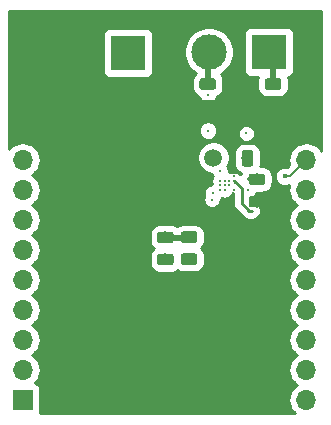
<source format=gbr>
G04 #@! TF.GenerationSoftware,KiCad,Pcbnew,5.1.1-8be2ce7~80~ubuntu18.10.1*
G04 #@! TF.CreationDate,2019-05-25T12:59:07+08:00*
G04 #@! TF.ProjectId,tas2562_dev_pcb,74617332-3536-4325-9f64-65765f706362,rev?*
G04 #@! TF.SameCoordinates,Original*
G04 #@! TF.FileFunction,Copper,L4,Bot*
G04 #@! TF.FilePolarity,Positive*
%FSLAX46Y46*%
G04 Gerber Fmt 4.6, Leading zero omitted, Abs format (unit mm)*
G04 Created by KiCad (PCBNEW 5.1.1-8be2ce7~80~ubuntu18.10.1) date 2019-05-25 12:59:07*
%MOMM*%
%LPD*%
G04 APERTURE LIST*
%ADD10O,1.700000X1.700000*%
%ADD11R,1.700000X1.700000*%
%ADD12C,0.100000*%
%ADD13C,0.975000*%
%ADD14R,3.000000X3.000000*%
%ADD15C,3.000000*%
%ADD16C,1.500000*%
%ADD17C,0.200000*%
%ADD18C,0.700000*%
%ADD19C,0.300000*%
%ADD20C,0.400000*%
%ADD21C,0.250000*%
%ADD22C,0.300000*%
%ADD23C,0.500000*%
%ADD24C,0.200000*%
%ADD25C,0.254000*%
G04 APERTURE END LIST*
D10*
X153517600Y-92710000D03*
X153517600Y-90170000D03*
X153517600Y-87630000D03*
X153517600Y-85090000D03*
X153517600Y-82550000D03*
X153517600Y-80010000D03*
X153517600Y-77470000D03*
X153517600Y-74930000D03*
X153517600Y-72390000D03*
D11*
X153517600Y-69850000D03*
D12*
G36*
X149832142Y-75429674D02*
G01*
X149855803Y-75433184D01*
X149879007Y-75438996D01*
X149901529Y-75447054D01*
X149923153Y-75457282D01*
X149943670Y-75469579D01*
X149962883Y-75483829D01*
X149980607Y-75499893D01*
X149996671Y-75517617D01*
X150010921Y-75536830D01*
X150023218Y-75557347D01*
X150033446Y-75578971D01*
X150041504Y-75601493D01*
X150047316Y-75624697D01*
X150050826Y-75648358D01*
X150052000Y-75672250D01*
X150052000Y-76159750D01*
X150050826Y-76183642D01*
X150047316Y-76207303D01*
X150041504Y-76230507D01*
X150033446Y-76253029D01*
X150023218Y-76274653D01*
X150010921Y-76295170D01*
X149996671Y-76314383D01*
X149980607Y-76332107D01*
X149962883Y-76348171D01*
X149943670Y-76362421D01*
X149923153Y-76374718D01*
X149901529Y-76384946D01*
X149879007Y-76393004D01*
X149855803Y-76398816D01*
X149832142Y-76402326D01*
X149808250Y-76403500D01*
X148895750Y-76403500D01*
X148871858Y-76402326D01*
X148848197Y-76398816D01*
X148824993Y-76393004D01*
X148802471Y-76384946D01*
X148780847Y-76374718D01*
X148760330Y-76362421D01*
X148741117Y-76348171D01*
X148723393Y-76332107D01*
X148707329Y-76314383D01*
X148693079Y-76295170D01*
X148680782Y-76274653D01*
X148670554Y-76253029D01*
X148662496Y-76230507D01*
X148656684Y-76207303D01*
X148653174Y-76183642D01*
X148652000Y-76159750D01*
X148652000Y-75672250D01*
X148653174Y-75648358D01*
X148656684Y-75624697D01*
X148662496Y-75601493D01*
X148670554Y-75578971D01*
X148680782Y-75557347D01*
X148693079Y-75536830D01*
X148707329Y-75517617D01*
X148723393Y-75499893D01*
X148741117Y-75483829D01*
X148760330Y-75469579D01*
X148780847Y-75457282D01*
X148802471Y-75447054D01*
X148824993Y-75438996D01*
X148848197Y-75433184D01*
X148871858Y-75429674D01*
X148895750Y-75428500D01*
X149808250Y-75428500D01*
X149832142Y-75429674D01*
X149832142Y-75429674D01*
G37*
D13*
X149352000Y-75916000D03*
D12*
G36*
X149832142Y-73554674D02*
G01*
X149855803Y-73558184D01*
X149879007Y-73563996D01*
X149901529Y-73572054D01*
X149923153Y-73582282D01*
X149943670Y-73594579D01*
X149962883Y-73608829D01*
X149980607Y-73624893D01*
X149996671Y-73642617D01*
X150010921Y-73661830D01*
X150023218Y-73682347D01*
X150033446Y-73703971D01*
X150041504Y-73726493D01*
X150047316Y-73749697D01*
X150050826Y-73773358D01*
X150052000Y-73797250D01*
X150052000Y-74284750D01*
X150050826Y-74308642D01*
X150047316Y-74332303D01*
X150041504Y-74355507D01*
X150033446Y-74378029D01*
X150023218Y-74399653D01*
X150010921Y-74420170D01*
X149996671Y-74439383D01*
X149980607Y-74457107D01*
X149962883Y-74473171D01*
X149943670Y-74487421D01*
X149923153Y-74499718D01*
X149901529Y-74509946D01*
X149879007Y-74518004D01*
X149855803Y-74523816D01*
X149832142Y-74527326D01*
X149808250Y-74528500D01*
X148895750Y-74528500D01*
X148871858Y-74527326D01*
X148848197Y-74523816D01*
X148824993Y-74518004D01*
X148802471Y-74509946D01*
X148780847Y-74499718D01*
X148760330Y-74487421D01*
X148741117Y-74473171D01*
X148723393Y-74457107D01*
X148707329Y-74439383D01*
X148693079Y-74420170D01*
X148680782Y-74399653D01*
X148670554Y-74378029D01*
X148662496Y-74355507D01*
X148656684Y-74332303D01*
X148653174Y-74308642D01*
X148652000Y-74284750D01*
X148652000Y-73797250D01*
X148653174Y-73773358D01*
X148656684Y-73749697D01*
X148662496Y-73726493D01*
X148670554Y-73703971D01*
X148680782Y-73682347D01*
X148693079Y-73661830D01*
X148707329Y-73642617D01*
X148723393Y-73624893D01*
X148741117Y-73608829D01*
X148760330Y-73594579D01*
X148780847Y-73582282D01*
X148802471Y-73572054D01*
X148824993Y-73563996D01*
X148848197Y-73558184D01*
X148871858Y-73554674D01*
X148895750Y-73553500D01*
X149808250Y-73553500D01*
X149832142Y-73554674D01*
X149832142Y-73554674D01*
G37*
D13*
X149352000Y-74041000D03*
D12*
G36*
X142085142Y-80334174D02*
G01*
X142108803Y-80337684D01*
X142132007Y-80343496D01*
X142154529Y-80351554D01*
X142176153Y-80361782D01*
X142196670Y-80374079D01*
X142215883Y-80388329D01*
X142233607Y-80404393D01*
X142249671Y-80422117D01*
X142263921Y-80441330D01*
X142276218Y-80461847D01*
X142286446Y-80483471D01*
X142294504Y-80505993D01*
X142300316Y-80529197D01*
X142303826Y-80552858D01*
X142305000Y-80576750D01*
X142305000Y-81064250D01*
X142303826Y-81088142D01*
X142300316Y-81111803D01*
X142294504Y-81135007D01*
X142286446Y-81157529D01*
X142276218Y-81179153D01*
X142263921Y-81199670D01*
X142249671Y-81218883D01*
X142233607Y-81236607D01*
X142215883Y-81252671D01*
X142196670Y-81266921D01*
X142176153Y-81279218D01*
X142154529Y-81289446D01*
X142132007Y-81297504D01*
X142108803Y-81303316D01*
X142085142Y-81306826D01*
X142061250Y-81308000D01*
X141148750Y-81308000D01*
X141124858Y-81306826D01*
X141101197Y-81303316D01*
X141077993Y-81297504D01*
X141055471Y-81289446D01*
X141033847Y-81279218D01*
X141013330Y-81266921D01*
X140994117Y-81252671D01*
X140976393Y-81236607D01*
X140960329Y-81218883D01*
X140946079Y-81199670D01*
X140933782Y-81179153D01*
X140923554Y-81157529D01*
X140915496Y-81135007D01*
X140909684Y-81111803D01*
X140906174Y-81088142D01*
X140905000Y-81064250D01*
X140905000Y-80576750D01*
X140906174Y-80552858D01*
X140909684Y-80529197D01*
X140915496Y-80505993D01*
X140923554Y-80483471D01*
X140933782Y-80461847D01*
X140946079Y-80441330D01*
X140960329Y-80422117D01*
X140976393Y-80404393D01*
X140994117Y-80388329D01*
X141013330Y-80374079D01*
X141033847Y-80361782D01*
X141055471Y-80351554D01*
X141077993Y-80343496D01*
X141101197Y-80337684D01*
X141124858Y-80334174D01*
X141148750Y-80333000D01*
X142061250Y-80333000D01*
X142085142Y-80334174D01*
X142085142Y-80334174D01*
G37*
D13*
X141605000Y-80820500D03*
D12*
G36*
X142085142Y-78459174D02*
G01*
X142108803Y-78462684D01*
X142132007Y-78468496D01*
X142154529Y-78476554D01*
X142176153Y-78486782D01*
X142196670Y-78499079D01*
X142215883Y-78513329D01*
X142233607Y-78529393D01*
X142249671Y-78547117D01*
X142263921Y-78566330D01*
X142276218Y-78586847D01*
X142286446Y-78608471D01*
X142294504Y-78630993D01*
X142300316Y-78654197D01*
X142303826Y-78677858D01*
X142305000Y-78701750D01*
X142305000Y-79189250D01*
X142303826Y-79213142D01*
X142300316Y-79236803D01*
X142294504Y-79260007D01*
X142286446Y-79282529D01*
X142276218Y-79304153D01*
X142263921Y-79324670D01*
X142249671Y-79343883D01*
X142233607Y-79361607D01*
X142215883Y-79377671D01*
X142196670Y-79391921D01*
X142176153Y-79404218D01*
X142154529Y-79414446D01*
X142132007Y-79422504D01*
X142108803Y-79428316D01*
X142085142Y-79431826D01*
X142061250Y-79433000D01*
X141148750Y-79433000D01*
X141124858Y-79431826D01*
X141101197Y-79428316D01*
X141077993Y-79422504D01*
X141055471Y-79414446D01*
X141033847Y-79404218D01*
X141013330Y-79391921D01*
X140994117Y-79377671D01*
X140976393Y-79361607D01*
X140960329Y-79343883D01*
X140946079Y-79324670D01*
X140933782Y-79304153D01*
X140923554Y-79282529D01*
X140915496Y-79260007D01*
X140909684Y-79236803D01*
X140906174Y-79213142D01*
X140905000Y-79189250D01*
X140905000Y-78701750D01*
X140906174Y-78677858D01*
X140909684Y-78654197D01*
X140915496Y-78630993D01*
X140923554Y-78608471D01*
X140933782Y-78586847D01*
X140946079Y-78566330D01*
X140960329Y-78547117D01*
X140976393Y-78529393D01*
X140994117Y-78513329D01*
X141013330Y-78499079D01*
X141033847Y-78486782D01*
X141055471Y-78476554D01*
X141077993Y-78468496D01*
X141101197Y-78462684D01*
X141124858Y-78459174D01*
X141148750Y-78458000D01*
X142061250Y-78458000D01*
X142085142Y-78459174D01*
X142085142Y-78459174D01*
G37*
D13*
X141605000Y-78945500D03*
D12*
G36*
X144091742Y-78436074D02*
G01*
X144115403Y-78439584D01*
X144138607Y-78445396D01*
X144161129Y-78453454D01*
X144182753Y-78463682D01*
X144203270Y-78475979D01*
X144222483Y-78490229D01*
X144240207Y-78506293D01*
X144256271Y-78524017D01*
X144270521Y-78543230D01*
X144282818Y-78563747D01*
X144293046Y-78585371D01*
X144301104Y-78607893D01*
X144306916Y-78631097D01*
X144310426Y-78654758D01*
X144311600Y-78678650D01*
X144311600Y-79166150D01*
X144310426Y-79190042D01*
X144306916Y-79213703D01*
X144301104Y-79236907D01*
X144293046Y-79259429D01*
X144282818Y-79281053D01*
X144270521Y-79301570D01*
X144256271Y-79320783D01*
X144240207Y-79338507D01*
X144222483Y-79354571D01*
X144203270Y-79368821D01*
X144182753Y-79381118D01*
X144161129Y-79391346D01*
X144138607Y-79399404D01*
X144115403Y-79405216D01*
X144091742Y-79408726D01*
X144067850Y-79409900D01*
X143155350Y-79409900D01*
X143131458Y-79408726D01*
X143107797Y-79405216D01*
X143084593Y-79399404D01*
X143062071Y-79391346D01*
X143040447Y-79381118D01*
X143019930Y-79368821D01*
X143000717Y-79354571D01*
X142982993Y-79338507D01*
X142966929Y-79320783D01*
X142952679Y-79301570D01*
X142940382Y-79281053D01*
X142930154Y-79259429D01*
X142922096Y-79236907D01*
X142916284Y-79213703D01*
X142912774Y-79190042D01*
X142911600Y-79166150D01*
X142911600Y-78678650D01*
X142912774Y-78654758D01*
X142916284Y-78631097D01*
X142922096Y-78607893D01*
X142930154Y-78585371D01*
X142940382Y-78563747D01*
X142952679Y-78543230D01*
X142966929Y-78524017D01*
X142982993Y-78506293D01*
X143000717Y-78490229D01*
X143019930Y-78475979D01*
X143040447Y-78463682D01*
X143062071Y-78453454D01*
X143084593Y-78445396D01*
X143107797Y-78439584D01*
X143131458Y-78436074D01*
X143155350Y-78434900D01*
X144067850Y-78434900D01*
X144091742Y-78436074D01*
X144091742Y-78436074D01*
G37*
D13*
X143611600Y-78922400D03*
D12*
G36*
X144091742Y-80311074D02*
G01*
X144115403Y-80314584D01*
X144138607Y-80320396D01*
X144161129Y-80328454D01*
X144182753Y-80338682D01*
X144203270Y-80350979D01*
X144222483Y-80365229D01*
X144240207Y-80381293D01*
X144256271Y-80399017D01*
X144270521Y-80418230D01*
X144282818Y-80438747D01*
X144293046Y-80460371D01*
X144301104Y-80482893D01*
X144306916Y-80506097D01*
X144310426Y-80529758D01*
X144311600Y-80553650D01*
X144311600Y-81041150D01*
X144310426Y-81065042D01*
X144306916Y-81088703D01*
X144301104Y-81111907D01*
X144293046Y-81134429D01*
X144282818Y-81156053D01*
X144270521Y-81176570D01*
X144256271Y-81195783D01*
X144240207Y-81213507D01*
X144222483Y-81229571D01*
X144203270Y-81243821D01*
X144182753Y-81256118D01*
X144161129Y-81266346D01*
X144138607Y-81274404D01*
X144115403Y-81280216D01*
X144091742Y-81283726D01*
X144067850Y-81284900D01*
X143155350Y-81284900D01*
X143131458Y-81283726D01*
X143107797Y-81280216D01*
X143084593Y-81274404D01*
X143062071Y-81266346D01*
X143040447Y-81256118D01*
X143019930Y-81243821D01*
X143000717Y-81229571D01*
X142982993Y-81213507D01*
X142966929Y-81195783D01*
X142952679Y-81176570D01*
X142940382Y-81156053D01*
X142930154Y-81134429D01*
X142922096Y-81111907D01*
X142916284Y-81088703D01*
X142912774Y-81065042D01*
X142911600Y-81041150D01*
X142911600Y-80553650D01*
X142912774Y-80529758D01*
X142916284Y-80506097D01*
X142922096Y-80482893D01*
X142930154Y-80460371D01*
X142940382Y-80438747D01*
X142952679Y-80418230D01*
X142966929Y-80399017D01*
X142982993Y-80381293D01*
X143000717Y-80365229D01*
X143019930Y-80350979D01*
X143040447Y-80338682D01*
X143062071Y-80328454D01*
X143084593Y-80320396D01*
X143107797Y-80314584D01*
X143131458Y-80311074D01*
X143155350Y-80309900D01*
X144067850Y-80309900D01*
X144091742Y-80311074D01*
X144091742Y-80311074D01*
G37*
D13*
X143611600Y-80797400D03*
D12*
G36*
X151203742Y-67357074D02*
G01*
X151227403Y-67360584D01*
X151250607Y-67366396D01*
X151273129Y-67374454D01*
X151294753Y-67384682D01*
X151315270Y-67396979D01*
X151334483Y-67411229D01*
X151352207Y-67427293D01*
X151368271Y-67445017D01*
X151382521Y-67464230D01*
X151394818Y-67484747D01*
X151405046Y-67506371D01*
X151413104Y-67528893D01*
X151418916Y-67552097D01*
X151422426Y-67575758D01*
X151423600Y-67599650D01*
X151423600Y-68087150D01*
X151422426Y-68111042D01*
X151418916Y-68134703D01*
X151413104Y-68157907D01*
X151405046Y-68180429D01*
X151394818Y-68202053D01*
X151382521Y-68222570D01*
X151368271Y-68241783D01*
X151352207Y-68259507D01*
X151334483Y-68275571D01*
X151315270Y-68289821D01*
X151294753Y-68302118D01*
X151273129Y-68312346D01*
X151250607Y-68320404D01*
X151227403Y-68326216D01*
X151203742Y-68329726D01*
X151179850Y-68330900D01*
X150267350Y-68330900D01*
X150243458Y-68329726D01*
X150219797Y-68326216D01*
X150196593Y-68320404D01*
X150174071Y-68312346D01*
X150152447Y-68302118D01*
X150131930Y-68289821D01*
X150112717Y-68275571D01*
X150094993Y-68259507D01*
X150078929Y-68241783D01*
X150064679Y-68222570D01*
X150052382Y-68202053D01*
X150042154Y-68180429D01*
X150034096Y-68157907D01*
X150028284Y-68134703D01*
X150024774Y-68111042D01*
X150023600Y-68087150D01*
X150023600Y-67599650D01*
X150024774Y-67575758D01*
X150028284Y-67552097D01*
X150034096Y-67528893D01*
X150042154Y-67506371D01*
X150052382Y-67484747D01*
X150064679Y-67464230D01*
X150078929Y-67445017D01*
X150094993Y-67427293D01*
X150112717Y-67411229D01*
X150131930Y-67396979D01*
X150152447Y-67384682D01*
X150174071Y-67374454D01*
X150196593Y-67366396D01*
X150219797Y-67360584D01*
X150243458Y-67357074D01*
X150267350Y-67355900D01*
X151179850Y-67355900D01*
X151203742Y-67357074D01*
X151203742Y-67357074D01*
G37*
D13*
X150723600Y-67843400D03*
D12*
G36*
X151203742Y-65482074D02*
G01*
X151227403Y-65485584D01*
X151250607Y-65491396D01*
X151273129Y-65499454D01*
X151294753Y-65509682D01*
X151315270Y-65521979D01*
X151334483Y-65536229D01*
X151352207Y-65552293D01*
X151368271Y-65570017D01*
X151382521Y-65589230D01*
X151394818Y-65609747D01*
X151405046Y-65631371D01*
X151413104Y-65653893D01*
X151418916Y-65677097D01*
X151422426Y-65700758D01*
X151423600Y-65724650D01*
X151423600Y-66212150D01*
X151422426Y-66236042D01*
X151418916Y-66259703D01*
X151413104Y-66282907D01*
X151405046Y-66305429D01*
X151394818Y-66327053D01*
X151382521Y-66347570D01*
X151368271Y-66366783D01*
X151352207Y-66384507D01*
X151334483Y-66400571D01*
X151315270Y-66414821D01*
X151294753Y-66427118D01*
X151273129Y-66437346D01*
X151250607Y-66445404D01*
X151227403Y-66451216D01*
X151203742Y-66454726D01*
X151179850Y-66455900D01*
X150267350Y-66455900D01*
X150243458Y-66454726D01*
X150219797Y-66451216D01*
X150196593Y-66445404D01*
X150174071Y-66437346D01*
X150152447Y-66427118D01*
X150131930Y-66414821D01*
X150112717Y-66400571D01*
X150094993Y-66384507D01*
X150078929Y-66366783D01*
X150064679Y-66347570D01*
X150052382Y-66327053D01*
X150042154Y-66305429D01*
X150034096Y-66282907D01*
X150028284Y-66259703D01*
X150024774Y-66236042D01*
X150023600Y-66212150D01*
X150023600Y-65724650D01*
X150024774Y-65700758D01*
X150028284Y-65677097D01*
X150034096Y-65653893D01*
X150042154Y-65631371D01*
X150052382Y-65609747D01*
X150064679Y-65589230D01*
X150078929Y-65570017D01*
X150094993Y-65552293D01*
X150112717Y-65536229D01*
X150131930Y-65521979D01*
X150152447Y-65509682D01*
X150174071Y-65499454D01*
X150196593Y-65491396D01*
X150219797Y-65485584D01*
X150243458Y-65482074D01*
X150267350Y-65480900D01*
X151179850Y-65480900D01*
X151203742Y-65482074D01*
X151203742Y-65482074D01*
G37*
D13*
X150723600Y-65968400D03*
D12*
G36*
X145666542Y-65482074D02*
G01*
X145690203Y-65485584D01*
X145713407Y-65491396D01*
X145735929Y-65499454D01*
X145757553Y-65509682D01*
X145778070Y-65521979D01*
X145797283Y-65536229D01*
X145815007Y-65552293D01*
X145831071Y-65570017D01*
X145845321Y-65589230D01*
X145857618Y-65609747D01*
X145867846Y-65631371D01*
X145875904Y-65653893D01*
X145881716Y-65677097D01*
X145885226Y-65700758D01*
X145886400Y-65724650D01*
X145886400Y-66212150D01*
X145885226Y-66236042D01*
X145881716Y-66259703D01*
X145875904Y-66282907D01*
X145867846Y-66305429D01*
X145857618Y-66327053D01*
X145845321Y-66347570D01*
X145831071Y-66366783D01*
X145815007Y-66384507D01*
X145797283Y-66400571D01*
X145778070Y-66414821D01*
X145757553Y-66427118D01*
X145735929Y-66437346D01*
X145713407Y-66445404D01*
X145690203Y-66451216D01*
X145666542Y-66454726D01*
X145642650Y-66455900D01*
X144730150Y-66455900D01*
X144706258Y-66454726D01*
X144682597Y-66451216D01*
X144659393Y-66445404D01*
X144636871Y-66437346D01*
X144615247Y-66427118D01*
X144594730Y-66414821D01*
X144575517Y-66400571D01*
X144557793Y-66384507D01*
X144541729Y-66366783D01*
X144527479Y-66347570D01*
X144515182Y-66327053D01*
X144504954Y-66305429D01*
X144496896Y-66282907D01*
X144491084Y-66259703D01*
X144487574Y-66236042D01*
X144486400Y-66212150D01*
X144486400Y-65724650D01*
X144487574Y-65700758D01*
X144491084Y-65677097D01*
X144496896Y-65653893D01*
X144504954Y-65631371D01*
X144515182Y-65609747D01*
X144527479Y-65589230D01*
X144541729Y-65570017D01*
X144557793Y-65552293D01*
X144575517Y-65536229D01*
X144594730Y-65521979D01*
X144615247Y-65509682D01*
X144636871Y-65499454D01*
X144659393Y-65491396D01*
X144682597Y-65485584D01*
X144706258Y-65482074D01*
X144730150Y-65480900D01*
X145642650Y-65480900D01*
X145666542Y-65482074D01*
X145666542Y-65482074D01*
G37*
D13*
X145186400Y-65968400D03*
D12*
G36*
X145666542Y-67357074D02*
G01*
X145690203Y-67360584D01*
X145713407Y-67366396D01*
X145735929Y-67374454D01*
X145757553Y-67384682D01*
X145778070Y-67396979D01*
X145797283Y-67411229D01*
X145815007Y-67427293D01*
X145831071Y-67445017D01*
X145845321Y-67464230D01*
X145857618Y-67484747D01*
X145867846Y-67506371D01*
X145875904Y-67528893D01*
X145881716Y-67552097D01*
X145885226Y-67575758D01*
X145886400Y-67599650D01*
X145886400Y-68087150D01*
X145885226Y-68111042D01*
X145881716Y-68134703D01*
X145875904Y-68157907D01*
X145867846Y-68180429D01*
X145857618Y-68202053D01*
X145845321Y-68222570D01*
X145831071Y-68241783D01*
X145815007Y-68259507D01*
X145797283Y-68275571D01*
X145778070Y-68289821D01*
X145757553Y-68302118D01*
X145735929Y-68312346D01*
X145713407Y-68320404D01*
X145690203Y-68326216D01*
X145666542Y-68329726D01*
X145642650Y-68330900D01*
X144730150Y-68330900D01*
X144706258Y-68329726D01*
X144682597Y-68326216D01*
X144659393Y-68320404D01*
X144636871Y-68312346D01*
X144615247Y-68302118D01*
X144594730Y-68289821D01*
X144575517Y-68275571D01*
X144557793Y-68259507D01*
X144541729Y-68241783D01*
X144527479Y-68222570D01*
X144515182Y-68202053D01*
X144504954Y-68180429D01*
X144496896Y-68157907D01*
X144491084Y-68134703D01*
X144487574Y-68111042D01*
X144486400Y-68087150D01*
X144486400Y-67599650D01*
X144487574Y-67575758D01*
X144491084Y-67552097D01*
X144496896Y-67528893D01*
X144504954Y-67506371D01*
X144515182Y-67484747D01*
X144527479Y-67464230D01*
X144541729Y-67445017D01*
X144557793Y-67427293D01*
X144575517Y-67411229D01*
X144594730Y-67396979D01*
X144615247Y-67384682D01*
X144636871Y-67374454D01*
X144659393Y-67366396D01*
X144682597Y-67360584D01*
X144706258Y-67357074D01*
X144730150Y-67355900D01*
X145642650Y-67355900D01*
X145666542Y-67357074D01*
X145666542Y-67357074D01*
G37*
D13*
X145186400Y-67843400D03*
D12*
G36*
X150699142Y-71564174D02*
G01*
X150722803Y-71567684D01*
X150746007Y-71573496D01*
X150768529Y-71581554D01*
X150790153Y-71591782D01*
X150810670Y-71604079D01*
X150829883Y-71618329D01*
X150847607Y-71634393D01*
X150863671Y-71652117D01*
X150877921Y-71671330D01*
X150890218Y-71691847D01*
X150900446Y-71713471D01*
X150908504Y-71735993D01*
X150914316Y-71759197D01*
X150917826Y-71782858D01*
X150919000Y-71806750D01*
X150919000Y-72719250D01*
X150917826Y-72743142D01*
X150914316Y-72766803D01*
X150908504Y-72790007D01*
X150900446Y-72812529D01*
X150890218Y-72834153D01*
X150877921Y-72854670D01*
X150863671Y-72873883D01*
X150847607Y-72891607D01*
X150829883Y-72907671D01*
X150810670Y-72921921D01*
X150790153Y-72934218D01*
X150768529Y-72944446D01*
X150746007Y-72952504D01*
X150722803Y-72958316D01*
X150699142Y-72961826D01*
X150675250Y-72963000D01*
X150187750Y-72963000D01*
X150163858Y-72961826D01*
X150140197Y-72958316D01*
X150116993Y-72952504D01*
X150094471Y-72944446D01*
X150072847Y-72934218D01*
X150052330Y-72921921D01*
X150033117Y-72907671D01*
X150015393Y-72891607D01*
X149999329Y-72873883D01*
X149985079Y-72854670D01*
X149972782Y-72834153D01*
X149962554Y-72812529D01*
X149954496Y-72790007D01*
X149948684Y-72766803D01*
X149945174Y-72743142D01*
X149944000Y-72719250D01*
X149944000Y-71806750D01*
X149945174Y-71782858D01*
X149948684Y-71759197D01*
X149954496Y-71735993D01*
X149962554Y-71713471D01*
X149972782Y-71691847D01*
X149985079Y-71671330D01*
X149999329Y-71652117D01*
X150015393Y-71634393D01*
X150033117Y-71618329D01*
X150052330Y-71604079D01*
X150072847Y-71591782D01*
X150094471Y-71581554D01*
X150116993Y-71573496D01*
X150140197Y-71567684D01*
X150163858Y-71564174D01*
X150187750Y-71563000D01*
X150675250Y-71563000D01*
X150699142Y-71564174D01*
X150699142Y-71564174D01*
G37*
D13*
X150431500Y-72263000D03*
D12*
G36*
X148824142Y-71564174D02*
G01*
X148847803Y-71567684D01*
X148871007Y-71573496D01*
X148893529Y-71581554D01*
X148915153Y-71591782D01*
X148935670Y-71604079D01*
X148954883Y-71618329D01*
X148972607Y-71634393D01*
X148988671Y-71652117D01*
X149002921Y-71671330D01*
X149015218Y-71691847D01*
X149025446Y-71713471D01*
X149033504Y-71735993D01*
X149039316Y-71759197D01*
X149042826Y-71782858D01*
X149044000Y-71806750D01*
X149044000Y-72719250D01*
X149042826Y-72743142D01*
X149039316Y-72766803D01*
X149033504Y-72790007D01*
X149025446Y-72812529D01*
X149015218Y-72834153D01*
X149002921Y-72854670D01*
X148988671Y-72873883D01*
X148972607Y-72891607D01*
X148954883Y-72907671D01*
X148935670Y-72921921D01*
X148915153Y-72934218D01*
X148893529Y-72944446D01*
X148871007Y-72952504D01*
X148847803Y-72958316D01*
X148824142Y-72961826D01*
X148800250Y-72963000D01*
X148312750Y-72963000D01*
X148288858Y-72961826D01*
X148265197Y-72958316D01*
X148241993Y-72952504D01*
X148219471Y-72944446D01*
X148197847Y-72934218D01*
X148177330Y-72921921D01*
X148158117Y-72907671D01*
X148140393Y-72891607D01*
X148124329Y-72873883D01*
X148110079Y-72854670D01*
X148097782Y-72834153D01*
X148087554Y-72812529D01*
X148079496Y-72790007D01*
X148073684Y-72766803D01*
X148070174Y-72743142D01*
X148069000Y-72719250D01*
X148069000Y-71806750D01*
X148070174Y-71782858D01*
X148073684Y-71759197D01*
X148079496Y-71735993D01*
X148087554Y-71713471D01*
X148097782Y-71691847D01*
X148110079Y-71671330D01*
X148124329Y-71652117D01*
X148140393Y-71634393D01*
X148158117Y-71618329D01*
X148177330Y-71604079D01*
X148197847Y-71591782D01*
X148219471Y-71581554D01*
X148241993Y-71573496D01*
X148265197Y-71567684D01*
X148288858Y-71564174D01*
X148312750Y-71563000D01*
X148800250Y-71563000D01*
X148824142Y-71564174D01*
X148824142Y-71564174D01*
G37*
D13*
X148556500Y-72263000D03*
D11*
X153517600Y-69850000D03*
D10*
X153517600Y-72390000D03*
X153517600Y-74930000D03*
X153517600Y-77470000D03*
X153517600Y-80010000D03*
X153517600Y-82550000D03*
X153517600Y-85090000D03*
X153517600Y-87630000D03*
X153517600Y-90170000D03*
X153517600Y-92710000D03*
D14*
X138430000Y-63347600D03*
D15*
X133350000Y-63347600D03*
D10*
X129540000Y-69850000D03*
X129540000Y-72390000D03*
X129540000Y-74930000D03*
X129540000Y-77470000D03*
X129540000Y-80010000D03*
X129540000Y-82550000D03*
X129540000Y-85090000D03*
X129540000Y-87630000D03*
X129540000Y-90170000D03*
D11*
X129540000Y-92710000D03*
D15*
X145288000Y-63246000D03*
D14*
X150368000Y-63246000D03*
D16*
X145669000Y-72199500D03*
D17*
X148919080Y-76703267D03*
X147430790Y-74158190D03*
X141859000Y-80873600D03*
D18*
X149723010Y-74041000D03*
D17*
X148674064Y-73983116D03*
X143588500Y-78945500D03*
X146218400Y-73345800D03*
X143611600Y-80797400D03*
X146240500Y-74168000D03*
X146618400Y-74145800D03*
X146618400Y-74145800D03*
X146618400Y-74145800D03*
X146618400Y-74145800D03*
X146618400Y-74145800D03*
X146618400Y-74145800D03*
X146218400Y-74945800D03*
X146618400Y-74945800D03*
X145605510Y-75183998D03*
X145542000Y-75755500D03*
X147018400Y-74145800D03*
D19*
X145224500Y-66865500D03*
D17*
X148590000Y-72771004D03*
D20*
X151701500Y-73787000D03*
D19*
X145224500Y-69913500D03*
D17*
X148584010Y-74945800D03*
X148463000Y-70152516D03*
X145669000Y-72199500D03*
X147018400Y-74545800D03*
X146218400Y-74545800D03*
X146618400Y-74545800D03*
X147418400Y-74945800D03*
D19*
X146939000Y-78456000D03*
X149860000Y-84836000D03*
X150382000Y-85866000D03*
X150382000Y-87528000D03*
X143256000Y-89154000D03*
X146177000Y-89154000D03*
X147574000Y-89154000D03*
X144653000Y-89154000D03*
X149274250Y-88885750D03*
D17*
X147418400Y-73745800D03*
D19*
X142905000Y-72644000D03*
D21*
X148082000Y-74809400D02*
X147530789Y-74258189D01*
X147530789Y-74258189D02*
X147430790Y-74158190D01*
X148919080Y-76703267D02*
X148705627Y-76703267D01*
X148705627Y-76703267D02*
X148082000Y-76079640D01*
X148082000Y-76079640D02*
X148082000Y-74809400D01*
D22*
X149723010Y-74041000D02*
X148731948Y-74041000D01*
X148731948Y-74041000D02*
X148674064Y-73983116D01*
D23*
X143535400Y-78998600D02*
X143588500Y-78945500D01*
X141859000Y-78998600D02*
X143535400Y-78998600D01*
X143588500Y-78945500D02*
X143611600Y-78922400D01*
X150723600Y-63601600D02*
X150368000Y-63246000D01*
X150723600Y-65968400D02*
X150723600Y-63601600D01*
X145186400Y-63347600D02*
X145288000Y-63246000D01*
X145186400Y-65968400D02*
X145186400Y-63347600D01*
D24*
X152120600Y-73787000D02*
X151984342Y-73787000D01*
X153517600Y-72390000D02*
X152120600Y-73787000D01*
X151984342Y-73787000D02*
X151701500Y-73787000D01*
D25*
G36*
X154813000Y-71663311D02*
G01*
X154758306Y-71560986D01*
X154572734Y-71334866D01*
X154346614Y-71149294D01*
X154088634Y-71011401D01*
X153808711Y-70926487D01*
X153590550Y-70905000D01*
X153444650Y-70905000D01*
X153226489Y-70926487D01*
X152946566Y-71011401D01*
X152688586Y-71149294D01*
X152462466Y-71334866D01*
X152276894Y-71560986D01*
X152139001Y-71818966D01*
X152054087Y-72098889D01*
X152025415Y-72390000D01*
X152054087Y-72681111D01*
X152085032Y-72783122D01*
X151894185Y-72973969D01*
X151783740Y-72952000D01*
X151619260Y-72952000D01*
X151457940Y-72984089D01*
X151305979Y-73047033D01*
X151169219Y-73138413D01*
X151052913Y-73254719D01*
X150961533Y-73391479D01*
X150898589Y-73543440D01*
X150866500Y-73704760D01*
X150866500Y-73869240D01*
X150898589Y-74030560D01*
X150961533Y-74182521D01*
X151052913Y-74319281D01*
X151169219Y-74435587D01*
X151305979Y-74526967D01*
X151457940Y-74589911D01*
X151619260Y-74622000D01*
X151783740Y-74622000D01*
X151945060Y-74589911D01*
X152086747Y-74531222D01*
X152054087Y-74638889D01*
X152025415Y-74930000D01*
X152054087Y-75221111D01*
X152139001Y-75501034D01*
X152276894Y-75759014D01*
X152462466Y-75985134D01*
X152688586Y-76170706D01*
X152743391Y-76200000D01*
X152688586Y-76229294D01*
X152462466Y-76414866D01*
X152276894Y-76640986D01*
X152139001Y-76898966D01*
X152054087Y-77178889D01*
X152025415Y-77470000D01*
X152054087Y-77761111D01*
X152139001Y-78041034D01*
X152276894Y-78299014D01*
X152462466Y-78525134D01*
X152688586Y-78710706D01*
X152743391Y-78740000D01*
X152688586Y-78769294D01*
X152462466Y-78954866D01*
X152276894Y-79180986D01*
X152139001Y-79438966D01*
X152054087Y-79718889D01*
X152025415Y-80010000D01*
X152054087Y-80301111D01*
X152139001Y-80581034D01*
X152276894Y-80839014D01*
X152462466Y-81065134D01*
X152688586Y-81250706D01*
X152743391Y-81280000D01*
X152688586Y-81309294D01*
X152462466Y-81494866D01*
X152276894Y-81720986D01*
X152139001Y-81978966D01*
X152054087Y-82258889D01*
X152025415Y-82550000D01*
X152054087Y-82841111D01*
X152139001Y-83121034D01*
X152276894Y-83379014D01*
X152462466Y-83605134D01*
X152688586Y-83790706D01*
X152743391Y-83820000D01*
X152688586Y-83849294D01*
X152462466Y-84034866D01*
X152276894Y-84260986D01*
X152139001Y-84518966D01*
X152054087Y-84798889D01*
X152025415Y-85090000D01*
X152054087Y-85381111D01*
X152139001Y-85661034D01*
X152276894Y-85919014D01*
X152462466Y-86145134D01*
X152688586Y-86330706D01*
X152743391Y-86360000D01*
X152688586Y-86389294D01*
X152462466Y-86574866D01*
X152276894Y-86800986D01*
X152139001Y-87058966D01*
X152054087Y-87338889D01*
X152025415Y-87630000D01*
X152054087Y-87921111D01*
X152139001Y-88201034D01*
X152276894Y-88459014D01*
X152462466Y-88685134D01*
X152688586Y-88870706D01*
X152743391Y-88900000D01*
X152688586Y-88929294D01*
X152462466Y-89114866D01*
X152276894Y-89340986D01*
X152139001Y-89598966D01*
X152054087Y-89878889D01*
X152025415Y-90170000D01*
X152054087Y-90461111D01*
X152139001Y-90741034D01*
X152276894Y-90999014D01*
X152462466Y-91225134D01*
X152688586Y-91410706D01*
X152743391Y-91440000D01*
X152688586Y-91469294D01*
X152462466Y-91654866D01*
X152276894Y-91880986D01*
X152139001Y-92138966D01*
X152054087Y-92418889D01*
X152025415Y-92710000D01*
X152054087Y-93001111D01*
X152139001Y-93281034D01*
X152276894Y-93539014D01*
X152462466Y-93765134D01*
X152569531Y-93853000D01*
X130953407Y-93853000D01*
X130979502Y-93804180D01*
X131015812Y-93684482D01*
X131028072Y-93560000D01*
X131028072Y-91860000D01*
X131015812Y-91735518D01*
X130979502Y-91615820D01*
X130920537Y-91505506D01*
X130841185Y-91408815D01*
X130744494Y-91329463D01*
X130634180Y-91270498D01*
X130565313Y-91249607D01*
X130595134Y-91225134D01*
X130780706Y-90999014D01*
X130918599Y-90741034D01*
X131003513Y-90461111D01*
X131032185Y-90170000D01*
X131003513Y-89878889D01*
X130918599Y-89598966D01*
X130780706Y-89340986D01*
X130595134Y-89114866D01*
X130369014Y-88929294D01*
X130314209Y-88900000D01*
X130369014Y-88870706D01*
X130595134Y-88685134D01*
X130780706Y-88459014D01*
X130918599Y-88201034D01*
X131003513Y-87921111D01*
X131032185Y-87630000D01*
X131003513Y-87338889D01*
X130918599Y-87058966D01*
X130780706Y-86800986D01*
X130595134Y-86574866D01*
X130369014Y-86389294D01*
X130314209Y-86360000D01*
X130369014Y-86330706D01*
X130595134Y-86145134D01*
X130780706Y-85919014D01*
X130918599Y-85661034D01*
X131003513Y-85381111D01*
X131032185Y-85090000D01*
X131003513Y-84798889D01*
X130918599Y-84518966D01*
X130780706Y-84260986D01*
X130595134Y-84034866D01*
X130369014Y-83849294D01*
X130314209Y-83820000D01*
X130369014Y-83790706D01*
X130595134Y-83605134D01*
X130780706Y-83379014D01*
X130918599Y-83121034D01*
X131003513Y-82841111D01*
X131032185Y-82550000D01*
X131003513Y-82258889D01*
X130918599Y-81978966D01*
X130780706Y-81720986D01*
X130595134Y-81494866D01*
X130369014Y-81309294D01*
X130314209Y-81280000D01*
X130369014Y-81250706D01*
X130595134Y-81065134D01*
X130780706Y-80839014D01*
X130918599Y-80581034D01*
X131003513Y-80301111D01*
X131032185Y-80010000D01*
X131003513Y-79718889D01*
X130918599Y-79438966D01*
X130780706Y-79180986D01*
X130595134Y-78954866D01*
X130369014Y-78769294D01*
X130314209Y-78740000D01*
X130369014Y-78710706D01*
X130379926Y-78701750D01*
X140266928Y-78701750D01*
X140266928Y-79189250D01*
X140283872Y-79361285D01*
X140334053Y-79526709D01*
X140415542Y-79679164D01*
X140525208Y-79812792D01*
X140610756Y-79883000D01*
X140525208Y-79953208D01*
X140415542Y-80086836D01*
X140334053Y-80239291D01*
X140283872Y-80404715D01*
X140266928Y-80576750D01*
X140266928Y-81064250D01*
X140283872Y-81236285D01*
X140334053Y-81401709D01*
X140415542Y-81554164D01*
X140525208Y-81687792D01*
X140658836Y-81797458D01*
X140811291Y-81878947D01*
X140976715Y-81929128D01*
X141148750Y-81946072D01*
X142061250Y-81946072D01*
X142233285Y-81929128D01*
X142398709Y-81878947D01*
X142551164Y-81797458D01*
X142622374Y-81739018D01*
X142665436Y-81774358D01*
X142817891Y-81855847D01*
X142983315Y-81906028D01*
X143155350Y-81922972D01*
X144067850Y-81922972D01*
X144239885Y-81906028D01*
X144405309Y-81855847D01*
X144557764Y-81774358D01*
X144691392Y-81664692D01*
X144801058Y-81531064D01*
X144882547Y-81378609D01*
X144932728Y-81213185D01*
X144949672Y-81041150D01*
X144949672Y-80553650D01*
X144932728Y-80381615D01*
X144882547Y-80216191D01*
X144801058Y-80063736D01*
X144691392Y-79930108D01*
X144605844Y-79859900D01*
X144691392Y-79789692D01*
X144801058Y-79656064D01*
X144882547Y-79503609D01*
X144932728Y-79338185D01*
X144949672Y-79166150D01*
X144949672Y-78678650D01*
X144932728Y-78506615D01*
X144882547Y-78341191D01*
X144801058Y-78188736D01*
X144691392Y-78055108D01*
X144557764Y-77945442D01*
X144405309Y-77863953D01*
X144239885Y-77813772D01*
X144067850Y-77796828D01*
X143155350Y-77796828D01*
X142983315Y-77813772D01*
X142817891Y-77863953D01*
X142665436Y-77945442D01*
X142594226Y-78003882D01*
X142551164Y-77968542D01*
X142398709Y-77887053D01*
X142233285Y-77836872D01*
X142061250Y-77819928D01*
X141148750Y-77819928D01*
X140976715Y-77836872D01*
X140811291Y-77887053D01*
X140658836Y-77968542D01*
X140525208Y-78078208D01*
X140415542Y-78211836D01*
X140334053Y-78364291D01*
X140283872Y-78529715D01*
X140266928Y-78701750D01*
X130379926Y-78701750D01*
X130595134Y-78525134D01*
X130780706Y-78299014D01*
X130918599Y-78041034D01*
X131003513Y-77761111D01*
X131032185Y-77470000D01*
X131003513Y-77178889D01*
X130918599Y-76898966D01*
X130780706Y-76640986D01*
X130595134Y-76414866D01*
X130369014Y-76229294D01*
X130314209Y-76200000D01*
X130369014Y-76170706D01*
X130595134Y-75985134D01*
X130780706Y-75759014D01*
X130918599Y-75501034D01*
X131003513Y-75221111D01*
X131032185Y-74930000D01*
X131003513Y-74638889D01*
X130918599Y-74358966D01*
X130780706Y-74100986D01*
X130595134Y-73874866D01*
X130369014Y-73689294D01*
X130314209Y-73660000D01*
X130369014Y-73630706D01*
X130595134Y-73445134D01*
X130780706Y-73219014D01*
X130918599Y-72961034D01*
X131003513Y-72681111D01*
X131032185Y-72390000D01*
X131003513Y-72098889D01*
X130992654Y-72063089D01*
X144284000Y-72063089D01*
X144284000Y-72335911D01*
X144337225Y-72603489D01*
X144441629Y-72855543D01*
X144593201Y-73082386D01*
X144786114Y-73275299D01*
X145012957Y-73426871D01*
X145265011Y-73531275D01*
X145520739Y-73582143D01*
X145567052Y-73693953D01*
X145620161Y-73773438D01*
X145589152Y-73819847D01*
X145533746Y-73953609D01*
X145505500Y-74095609D01*
X145505500Y-74240391D01*
X145533746Y-74382391D01*
X145561336Y-74448998D01*
X145533119Y-74448998D01*
X145391119Y-74477244D01*
X145257357Y-74532650D01*
X145136975Y-74613086D01*
X145034598Y-74715463D01*
X144954162Y-74835845D01*
X144898756Y-74969607D01*
X144870510Y-75111607D01*
X144870510Y-75256389D01*
X144898270Y-75395946D01*
X144890652Y-75407347D01*
X144835246Y-75541109D01*
X144807000Y-75683109D01*
X144807000Y-75827891D01*
X144835246Y-75969891D01*
X144890652Y-76103653D01*
X144971088Y-76224035D01*
X145073465Y-76326412D01*
X145193847Y-76406848D01*
X145327609Y-76462254D01*
X145469609Y-76490500D01*
X145614391Y-76490500D01*
X145756391Y-76462254D01*
X145890153Y-76406848D01*
X146010535Y-76326412D01*
X146112912Y-76224035D01*
X146193348Y-76103653D01*
X146248754Y-75969891D01*
X146277000Y-75827891D01*
X146277000Y-75683109D01*
X146276541Y-75680800D01*
X146290791Y-75680800D01*
X146418400Y-75655417D01*
X146546009Y-75680800D01*
X146690791Y-75680800D01*
X146832791Y-75652554D01*
X146966553Y-75597148D01*
X147086935Y-75516712D01*
X147189312Y-75414335D01*
X147269748Y-75293953D01*
X147322001Y-75167804D01*
X147322000Y-76042317D01*
X147318324Y-76079640D01*
X147322000Y-76116962D01*
X147322000Y-76116972D01*
X147332997Y-76228625D01*
X147362660Y-76326412D01*
X147376454Y-76371886D01*
X147447026Y-76503916D01*
X147486871Y-76552466D01*
X147541999Y-76619641D01*
X147571002Y-76643443D01*
X148141827Y-77214269D01*
X148165626Y-77243268D01*
X148281351Y-77338241D01*
X148413380Y-77408813D01*
X148556641Y-77452270D01*
X148668294Y-77463267D01*
X148668302Y-77463267D01*
X148705627Y-77466943D01*
X148742952Y-77463267D01*
X148956413Y-77463267D01*
X149068066Y-77452270D01*
X149211327Y-77408813D01*
X149343356Y-77338241D01*
X149459081Y-77243268D01*
X149554054Y-77127543D01*
X149624626Y-76995514D01*
X149668083Y-76852253D01*
X149682757Y-76703267D01*
X149668083Y-76554281D01*
X149624626Y-76411020D01*
X149554054Y-76278991D01*
X149459081Y-76163266D01*
X149343356Y-76068293D01*
X149211327Y-75997721D01*
X149068066Y-75954264D01*
X149027423Y-75950261D01*
X148842000Y-75764839D01*
X148842000Y-75634495D01*
X148932163Y-75597148D01*
X149052545Y-75516712D01*
X149154922Y-75414335D01*
X149235358Y-75293953D01*
X149288121Y-75166572D01*
X149808250Y-75166572D01*
X149980285Y-75149628D01*
X150145709Y-75099447D01*
X150298164Y-75017958D01*
X150431792Y-74908292D01*
X150541458Y-74774664D01*
X150622947Y-74622209D01*
X150673128Y-74456785D01*
X150690072Y-74284750D01*
X150690072Y-74228194D01*
X150708010Y-74138014D01*
X150708010Y-73943986D01*
X150690072Y-73853806D01*
X150690072Y-73797250D01*
X150673128Y-73625215D01*
X150622947Y-73459791D01*
X150541458Y-73307336D01*
X150431792Y-73173708D01*
X150298164Y-73064042D01*
X150145709Y-72982553D01*
X149980285Y-72932372D01*
X149808250Y-72915428D01*
X149657804Y-72915428D01*
X149665128Y-72891285D01*
X149682072Y-72719250D01*
X149682072Y-71806750D01*
X149665128Y-71634715D01*
X149614947Y-71469291D01*
X149533458Y-71316836D01*
X149423792Y-71183208D01*
X149290164Y-71073542D01*
X149137709Y-70992053D01*
X148972285Y-70941872D01*
X148800250Y-70924928D01*
X148312750Y-70924928D01*
X148140715Y-70941872D01*
X147975291Y-70992053D01*
X147822836Y-71073542D01*
X147689208Y-71183208D01*
X147579542Y-71316836D01*
X147498053Y-71469291D01*
X147447872Y-71634715D01*
X147430928Y-71806750D01*
X147430928Y-72719250D01*
X147447872Y-72891285D01*
X147498053Y-73056709D01*
X147579542Y-73209164D01*
X147689208Y-73342792D01*
X147822836Y-73452458D01*
X147975291Y-73533947D01*
X148017246Y-73546674D01*
X147974342Y-73626941D01*
X147941792Y-73594391D01*
X147855066Y-73523216D01*
X147723036Y-73452644D01*
X147579775Y-73409188D01*
X147430790Y-73394514D01*
X147281805Y-73409188D01*
X147202945Y-73433109D01*
X147090791Y-73410800D01*
X146953400Y-73410800D01*
X146953400Y-73273409D01*
X146925154Y-73131409D01*
X146869748Y-72997647D01*
X146835584Y-72946517D01*
X146896371Y-72855543D01*
X147000775Y-72603489D01*
X147054000Y-72335911D01*
X147054000Y-72063089D01*
X147000775Y-71795511D01*
X146896371Y-71543457D01*
X146744799Y-71316614D01*
X146551886Y-71123701D01*
X146325043Y-70972129D01*
X146072989Y-70867725D01*
X145805411Y-70814500D01*
X145532589Y-70814500D01*
X145265011Y-70867725D01*
X145012957Y-70972129D01*
X144786114Y-71123701D01*
X144593201Y-71316614D01*
X144441629Y-71543457D01*
X144337225Y-71795511D01*
X144284000Y-72063089D01*
X130992654Y-72063089D01*
X130918599Y-71818966D01*
X130780706Y-71560986D01*
X130595134Y-71334866D01*
X130369014Y-71149294D01*
X130111034Y-71011401D01*
X129831111Y-70926487D01*
X129612950Y-70905000D01*
X129467050Y-70905000D01*
X129248889Y-70926487D01*
X128968966Y-71011401D01*
X128710986Y-71149294D01*
X128484866Y-71334866D01*
X128397000Y-71441931D01*
X128397000Y-69836184D01*
X144439500Y-69836184D01*
X144439500Y-69990816D01*
X144469667Y-70142476D01*
X144528842Y-70285337D01*
X144614751Y-70413908D01*
X144724092Y-70523249D01*
X144852663Y-70609158D01*
X144995524Y-70668333D01*
X145147184Y-70698500D01*
X145301816Y-70698500D01*
X145453476Y-70668333D01*
X145596337Y-70609158D01*
X145724908Y-70523249D01*
X145834249Y-70413908D01*
X145920158Y-70285337D01*
X145979333Y-70142476D01*
X145991735Y-70080125D01*
X147728000Y-70080125D01*
X147728000Y-70224907D01*
X147756246Y-70366907D01*
X147811652Y-70500669D01*
X147892088Y-70621051D01*
X147994465Y-70723428D01*
X148114847Y-70803864D01*
X148248609Y-70859270D01*
X148390609Y-70887516D01*
X148535391Y-70887516D01*
X148677391Y-70859270D01*
X148811153Y-70803864D01*
X148931535Y-70723428D01*
X149033912Y-70621051D01*
X149114348Y-70500669D01*
X149169754Y-70366907D01*
X149198000Y-70224907D01*
X149198000Y-70080125D01*
X149169754Y-69938125D01*
X149114348Y-69804363D01*
X149033912Y-69683981D01*
X148931535Y-69581604D01*
X148811153Y-69501168D01*
X148677391Y-69445762D01*
X148535391Y-69417516D01*
X148390609Y-69417516D01*
X148248609Y-69445762D01*
X148114847Y-69501168D01*
X147994465Y-69581604D01*
X147892088Y-69683981D01*
X147811652Y-69804363D01*
X147756246Y-69938125D01*
X147728000Y-70080125D01*
X145991735Y-70080125D01*
X146009500Y-69990816D01*
X146009500Y-69836184D01*
X145979333Y-69684524D01*
X145920158Y-69541663D01*
X145834249Y-69413092D01*
X145724908Y-69303751D01*
X145596337Y-69217842D01*
X145453476Y-69158667D01*
X145301816Y-69128500D01*
X145147184Y-69128500D01*
X144995524Y-69158667D01*
X144852663Y-69217842D01*
X144724092Y-69303751D01*
X144614751Y-69413092D01*
X144528842Y-69541663D01*
X144469667Y-69684524D01*
X144439500Y-69836184D01*
X128397000Y-69836184D01*
X128397000Y-61847600D01*
X136291928Y-61847600D01*
X136291928Y-64847600D01*
X136304188Y-64972082D01*
X136340498Y-65091780D01*
X136399463Y-65202094D01*
X136478815Y-65298785D01*
X136575506Y-65378137D01*
X136685820Y-65437102D01*
X136805518Y-65473412D01*
X136930000Y-65485672D01*
X139930000Y-65485672D01*
X140054482Y-65473412D01*
X140174180Y-65437102D01*
X140284494Y-65378137D01*
X140381185Y-65298785D01*
X140460537Y-65202094D01*
X140519502Y-65091780D01*
X140555812Y-64972082D01*
X140568072Y-64847600D01*
X140568072Y-63035721D01*
X143153000Y-63035721D01*
X143153000Y-63456279D01*
X143235047Y-63868756D01*
X143395988Y-64257302D01*
X143629637Y-64606983D01*
X143927017Y-64904363D01*
X144158155Y-65058804D01*
X144106608Y-65101108D01*
X143996942Y-65234736D01*
X143915453Y-65387191D01*
X143865272Y-65552615D01*
X143848328Y-65724650D01*
X143848328Y-66212150D01*
X143865272Y-66384185D01*
X143915453Y-66549609D01*
X143996942Y-66702064D01*
X144106608Y-66835692D01*
X144240236Y-66945358D01*
X144392691Y-67026847D01*
X144460294Y-67047354D01*
X144469667Y-67094476D01*
X144528842Y-67237337D01*
X144614751Y-67365908D01*
X144724092Y-67475249D01*
X144852663Y-67561158D01*
X144995524Y-67620333D01*
X145147184Y-67650500D01*
X145301816Y-67650500D01*
X145453476Y-67620333D01*
X145596337Y-67561158D01*
X145724908Y-67475249D01*
X145834249Y-67365908D01*
X145920158Y-67237337D01*
X145979333Y-67094476D01*
X145994293Y-67019265D01*
X146132564Y-66945358D01*
X146266192Y-66835692D01*
X146375858Y-66702064D01*
X146457347Y-66549609D01*
X146507528Y-66384185D01*
X146524472Y-66212150D01*
X146524472Y-65724650D01*
X146507528Y-65552615D01*
X146457347Y-65387191D01*
X146375858Y-65234736D01*
X146297195Y-65138885D01*
X146299302Y-65138012D01*
X146648983Y-64904363D01*
X146946363Y-64606983D01*
X147180012Y-64257302D01*
X147340953Y-63868756D01*
X147423000Y-63456279D01*
X147423000Y-63035721D01*
X147340953Y-62623244D01*
X147180012Y-62234698D01*
X146946363Y-61885017D01*
X146807346Y-61746000D01*
X148229928Y-61746000D01*
X148229928Y-64746000D01*
X148242188Y-64870482D01*
X148278498Y-64990180D01*
X148337463Y-65100494D01*
X148416815Y-65197185D01*
X148513506Y-65276537D01*
X148623820Y-65335502D01*
X148743518Y-65371812D01*
X148868000Y-65384072D01*
X149454320Y-65384072D01*
X149452653Y-65387191D01*
X149402472Y-65552615D01*
X149385528Y-65724650D01*
X149385528Y-66212150D01*
X149402472Y-66384185D01*
X149452653Y-66549609D01*
X149534142Y-66702064D01*
X149643808Y-66835692D01*
X149777436Y-66945358D01*
X149929891Y-67026847D01*
X150095315Y-67077028D01*
X150267350Y-67093972D01*
X151179850Y-67093972D01*
X151351885Y-67077028D01*
X151517309Y-67026847D01*
X151669764Y-66945358D01*
X151803392Y-66835692D01*
X151913058Y-66702064D01*
X151994547Y-66549609D01*
X152044728Y-66384185D01*
X152061672Y-66212150D01*
X152061672Y-65724650D01*
X152044728Y-65552615D01*
X151994547Y-65387191D01*
X151986635Y-65372388D01*
X151992482Y-65371812D01*
X152112180Y-65335502D01*
X152222494Y-65276537D01*
X152319185Y-65197185D01*
X152398537Y-65100494D01*
X152457502Y-64990180D01*
X152493812Y-64870482D01*
X152506072Y-64746000D01*
X152506072Y-61746000D01*
X152493812Y-61621518D01*
X152457502Y-61501820D01*
X152398537Y-61391506D01*
X152319185Y-61294815D01*
X152222494Y-61215463D01*
X152112180Y-61156498D01*
X151992482Y-61120188D01*
X151868000Y-61107928D01*
X148868000Y-61107928D01*
X148743518Y-61120188D01*
X148623820Y-61156498D01*
X148513506Y-61215463D01*
X148416815Y-61294815D01*
X148337463Y-61391506D01*
X148278498Y-61501820D01*
X148242188Y-61621518D01*
X148229928Y-61746000D01*
X146807346Y-61746000D01*
X146648983Y-61587637D01*
X146299302Y-61353988D01*
X145910756Y-61193047D01*
X145498279Y-61111000D01*
X145077721Y-61111000D01*
X144665244Y-61193047D01*
X144276698Y-61353988D01*
X143927017Y-61587637D01*
X143629637Y-61885017D01*
X143395988Y-62234698D01*
X143235047Y-62623244D01*
X143153000Y-63035721D01*
X140568072Y-63035721D01*
X140568072Y-61847600D01*
X140555812Y-61723118D01*
X140519502Y-61603420D01*
X140460537Y-61493106D01*
X140381185Y-61396415D01*
X140284494Y-61317063D01*
X140174180Y-61258098D01*
X140054482Y-61221788D01*
X139930000Y-61209528D01*
X136930000Y-61209528D01*
X136805518Y-61221788D01*
X136685820Y-61258098D01*
X136575506Y-61317063D01*
X136478815Y-61396415D01*
X136399463Y-61493106D01*
X136340498Y-61603420D01*
X136304188Y-61723118D01*
X136291928Y-61847600D01*
X128397000Y-61847600D01*
X128397000Y-59817000D01*
X154813000Y-59817000D01*
X154813000Y-71663311D01*
X154813000Y-71663311D01*
G37*
X154813000Y-71663311D02*
X154758306Y-71560986D01*
X154572734Y-71334866D01*
X154346614Y-71149294D01*
X154088634Y-71011401D01*
X153808711Y-70926487D01*
X153590550Y-70905000D01*
X153444650Y-70905000D01*
X153226489Y-70926487D01*
X152946566Y-71011401D01*
X152688586Y-71149294D01*
X152462466Y-71334866D01*
X152276894Y-71560986D01*
X152139001Y-71818966D01*
X152054087Y-72098889D01*
X152025415Y-72390000D01*
X152054087Y-72681111D01*
X152085032Y-72783122D01*
X151894185Y-72973969D01*
X151783740Y-72952000D01*
X151619260Y-72952000D01*
X151457940Y-72984089D01*
X151305979Y-73047033D01*
X151169219Y-73138413D01*
X151052913Y-73254719D01*
X150961533Y-73391479D01*
X150898589Y-73543440D01*
X150866500Y-73704760D01*
X150866500Y-73869240D01*
X150898589Y-74030560D01*
X150961533Y-74182521D01*
X151052913Y-74319281D01*
X151169219Y-74435587D01*
X151305979Y-74526967D01*
X151457940Y-74589911D01*
X151619260Y-74622000D01*
X151783740Y-74622000D01*
X151945060Y-74589911D01*
X152086747Y-74531222D01*
X152054087Y-74638889D01*
X152025415Y-74930000D01*
X152054087Y-75221111D01*
X152139001Y-75501034D01*
X152276894Y-75759014D01*
X152462466Y-75985134D01*
X152688586Y-76170706D01*
X152743391Y-76200000D01*
X152688586Y-76229294D01*
X152462466Y-76414866D01*
X152276894Y-76640986D01*
X152139001Y-76898966D01*
X152054087Y-77178889D01*
X152025415Y-77470000D01*
X152054087Y-77761111D01*
X152139001Y-78041034D01*
X152276894Y-78299014D01*
X152462466Y-78525134D01*
X152688586Y-78710706D01*
X152743391Y-78740000D01*
X152688586Y-78769294D01*
X152462466Y-78954866D01*
X152276894Y-79180986D01*
X152139001Y-79438966D01*
X152054087Y-79718889D01*
X152025415Y-80010000D01*
X152054087Y-80301111D01*
X152139001Y-80581034D01*
X152276894Y-80839014D01*
X152462466Y-81065134D01*
X152688586Y-81250706D01*
X152743391Y-81280000D01*
X152688586Y-81309294D01*
X152462466Y-81494866D01*
X152276894Y-81720986D01*
X152139001Y-81978966D01*
X152054087Y-82258889D01*
X152025415Y-82550000D01*
X152054087Y-82841111D01*
X152139001Y-83121034D01*
X152276894Y-83379014D01*
X152462466Y-83605134D01*
X152688586Y-83790706D01*
X152743391Y-83820000D01*
X152688586Y-83849294D01*
X152462466Y-84034866D01*
X152276894Y-84260986D01*
X152139001Y-84518966D01*
X152054087Y-84798889D01*
X152025415Y-85090000D01*
X152054087Y-85381111D01*
X152139001Y-85661034D01*
X152276894Y-85919014D01*
X152462466Y-86145134D01*
X152688586Y-86330706D01*
X152743391Y-86360000D01*
X152688586Y-86389294D01*
X152462466Y-86574866D01*
X152276894Y-86800986D01*
X152139001Y-87058966D01*
X152054087Y-87338889D01*
X152025415Y-87630000D01*
X152054087Y-87921111D01*
X152139001Y-88201034D01*
X152276894Y-88459014D01*
X152462466Y-88685134D01*
X152688586Y-88870706D01*
X152743391Y-88900000D01*
X152688586Y-88929294D01*
X152462466Y-89114866D01*
X152276894Y-89340986D01*
X152139001Y-89598966D01*
X152054087Y-89878889D01*
X152025415Y-90170000D01*
X152054087Y-90461111D01*
X152139001Y-90741034D01*
X152276894Y-90999014D01*
X152462466Y-91225134D01*
X152688586Y-91410706D01*
X152743391Y-91440000D01*
X152688586Y-91469294D01*
X152462466Y-91654866D01*
X152276894Y-91880986D01*
X152139001Y-92138966D01*
X152054087Y-92418889D01*
X152025415Y-92710000D01*
X152054087Y-93001111D01*
X152139001Y-93281034D01*
X152276894Y-93539014D01*
X152462466Y-93765134D01*
X152569531Y-93853000D01*
X130953407Y-93853000D01*
X130979502Y-93804180D01*
X131015812Y-93684482D01*
X131028072Y-93560000D01*
X131028072Y-91860000D01*
X131015812Y-91735518D01*
X130979502Y-91615820D01*
X130920537Y-91505506D01*
X130841185Y-91408815D01*
X130744494Y-91329463D01*
X130634180Y-91270498D01*
X130565313Y-91249607D01*
X130595134Y-91225134D01*
X130780706Y-90999014D01*
X130918599Y-90741034D01*
X131003513Y-90461111D01*
X131032185Y-90170000D01*
X131003513Y-89878889D01*
X130918599Y-89598966D01*
X130780706Y-89340986D01*
X130595134Y-89114866D01*
X130369014Y-88929294D01*
X130314209Y-88900000D01*
X130369014Y-88870706D01*
X130595134Y-88685134D01*
X130780706Y-88459014D01*
X130918599Y-88201034D01*
X131003513Y-87921111D01*
X131032185Y-87630000D01*
X131003513Y-87338889D01*
X130918599Y-87058966D01*
X130780706Y-86800986D01*
X130595134Y-86574866D01*
X130369014Y-86389294D01*
X130314209Y-86360000D01*
X130369014Y-86330706D01*
X130595134Y-86145134D01*
X130780706Y-85919014D01*
X130918599Y-85661034D01*
X131003513Y-85381111D01*
X131032185Y-85090000D01*
X131003513Y-84798889D01*
X130918599Y-84518966D01*
X130780706Y-84260986D01*
X130595134Y-84034866D01*
X130369014Y-83849294D01*
X130314209Y-83820000D01*
X130369014Y-83790706D01*
X130595134Y-83605134D01*
X130780706Y-83379014D01*
X130918599Y-83121034D01*
X131003513Y-82841111D01*
X131032185Y-82550000D01*
X131003513Y-82258889D01*
X130918599Y-81978966D01*
X130780706Y-81720986D01*
X130595134Y-81494866D01*
X130369014Y-81309294D01*
X130314209Y-81280000D01*
X130369014Y-81250706D01*
X130595134Y-81065134D01*
X130780706Y-80839014D01*
X130918599Y-80581034D01*
X131003513Y-80301111D01*
X131032185Y-80010000D01*
X131003513Y-79718889D01*
X130918599Y-79438966D01*
X130780706Y-79180986D01*
X130595134Y-78954866D01*
X130369014Y-78769294D01*
X130314209Y-78740000D01*
X130369014Y-78710706D01*
X130379926Y-78701750D01*
X140266928Y-78701750D01*
X140266928Y-79189250D01*
X140283872Y-79361285D01*
X140334053Y-79526709D01*
X140415542Y-79679164D01*
X140525208Y-79812792D01*
X140610756Y-79883000D01*
X140525208Y-79953208D01*
X140415542Y-80086836D01*
X140334053Y-80239291D01*
X140283872Y-80404715D01*
X140266928Y-80576750D01*
X140266928Y-81064250D01*
X140283872Y-81236285D01*
X140334053Y-81401709D01*
X140415542Y-81554164D01*
X140525208Y-81687792D01*
X140658836Y-81797458D01*
X140811291Y-81878947D01*
X140976715Y-81929128D01*
X141148750Y-81946072D01*
X142061250Y-81946072D01*
X142233285Y-81929128D01*
X142398709Y-81878947D01*
X142551164Y-81797458D01*
X142622374Y-81739018D01*
X142665436Y-81774358D01*
X142817891Y-81855847D01*
X142983315Y-81906028D01*
X143155350Y-81922972D01*
X144067850Y-81922972D01*
X144239885Y-81906028D01*
X144405309Y-81855847D01*
X144557764Y-81774358D01*
X144691392Y-81664692D01*
X144801058Y-81531064D01*
X144882547Y-81378609D01*
X144932728Y-81213185D01*
X144949672Y-81041150D01*
X144949672Y-80553650D01*
X144932728Y-80381615D01*
X144882547Y-80216191D01*
X144801058Y-80063736D01*
X144691392Y-79930108D01*
X144605844Y-79859900D01*
X144691392Y-79789692D01*
X144801058Y-79656064D01*
X144882547Y-79503609D01*
X144932728Y-79338185D01*
X144949672Y-79166150D01*
X144949672Y-78678650D01*
X144932728Y-78506615D01*
X144882547Y-78341191D01*
X144801058Y-78188736D01*
X144691392Y-78055108D01*
X144557764Y-77945442D01*
X144405309Y-77863953D01*
X144239885Y-77813772D01*
X144067850Y-77796828D01*
X143155350Y-77796828D01*
X142983315Y-77813772D01*
X142817891Y-77863953D01*
X142665436Y-77945442D01*
X142594226Y-78003882D01*
X142551164Y-77968542D01*
X142398709Y-77887053D01*
X142233285Y-77836872D01*
X142061250Y-77819928D01*
X141148750Y-77819928D01*
X140976715Y-77836872D01*
X140811291Y-77887053D01*
X140658836Y-77968542D01*
X140525208Y-78078208D01*
X140415542Y-78211836D01*
X140334053Y-78364291D01*
X140283872Y-78529715D01*
X140266928Y-78701750D01*
X130379926Y-78701750D01*
X130595134Y-78525134D01*
X130780706Y-78299014D01*
X130918599Y-78041034D01*
X131003513Y-77761111D01*
X131032185Y-77470000D01*
X131003513Y-77178889D01*
X130918599Y-76898966D01*
X130780706Y-76640986D01*
X130595134Y-76414866D01*
X130369014Y-76229294D01*
X130314209Y-76200000D01*
X130369014Y-76170706D01*
X130595134Y-75985134D01*
X130780706Y-75759014D01*
X130918599Y-75501034D01*
X131003513Y-75221111D01*
X131032185Y-74930000D01*
X131003513Y-74638889D01*
X130918599Y-74358966D01*
X130780706Y-74100986D01*
X130595134Y-73874866D01*
X130369014Y-73689294D01*
X130314209Y-73660000D01*
X130369014Y-73630706D01*
X130595134Y-73445134D01*
X130780706Y-73219014D01*
X130918599Y-72961034D01*
X131003513Y-72681111D01*
X131032185Y-72390000D01*
X131003513Y-72098889D01*
X130992654Y-72063089D01*
X144284000Y-72063089D01*
X144284000Y-72335911D01*
X144337225Y-72603489D01*
X144441629Y-72855543D01*
X144593201Y-73082386D01*
X144786114Y-73275299D01*
X145012957Y-73426871D01*
X145265011Y-73531275D01*
X145520739Y-73582143D01*
X145567052Y-73693953D01*
X145620161Y-73773438D01*
X145589152Y-73819847D01*
X145533746Y-73953609D01*
X145505500Y-74095609D01*
X145505500Y-74240391D01*
X145533746Y-74382391D01*
X145561336Y-74448998D01*
X145533119Y-74448998D01*
X145391119Y-74477244D01*
X145257357Y-74532650D01*
X145136975Y-74613086D01*
X145034598Y-74715463D01*
X144954162Y-74835845D01*
X144898756Y-74969607D01*
X144870510Y-75111607D01*
X144870510Y-75256389D01*
X144898270Y-75395946D01*
X144890652Y-75407347D01*
X144835246Y-75541109D01*
X144807000Y-75683109D01*
X144807000Y-75827891D01*
X144835246Y-75969891D01*
X144890652Y-76103653D01*
X144971088Y-76224035D01*
X145073465Y-76326412D01*
X145193847Y-76406848D01*
X145327609Y-76462254D01*
X145469609Y-76490500D01*
X145614391Y-76490500D01*
X145756391Y-76462254D01*
X145890153Y-76406848D01*
X146010535Y-76326412D01*
X146112912Y-76224035D01*
X146193348Y-76103653D01*
X146248754Y-75969891D01*
X146277000Y-75827891D01*
X146277000Y-75683109D01*
X146276541Y-75680800D01*
X146290791Y-75680800D01*
X146418400Y-75655417D01*
X146546009Y-75680800D01*
X146690791Y-75680800D01*
X146832791Y-75652554D01*
X146966553Y-75597148D01*
X147086935Y-75516712D01*
X147189312Y-75414335D01*
X147269748Y-75293953D01*
X147322001Y-75167804D01*
X147322000Y-76042317D01*
X147318324Y-76079640D01*
X147322000Y-76116962D01*
X147322000Y-76116972D01*
X147332997Y-76228625D01*
X147362660Y-76326412D01*
X147376454Y-76371886D01*
X147447026Y-76503916D01*
X147486871Y-76552466D01*
X147541999Y-76619641D01*
X147571002Y-76643443D01*
X148141827Y-77214269D01*
X148165626Y-77243268D01*
X148281351Y-77338241D01*
X148413380Y-77408813D01*
X148556641Y-77452270D01*
X148668294Y-77463267D01*
X148668302Y-77463267D01*
X148705627Y-77466943D01*
X148742952Y-77463267D01*
X148956413Y-77463267D01*
X149068066Y-77452270D01*
X149211327Y-77408813D01*
X149343356Y-77338241D01*
X149459081Y-77243268D01*
X149554054Y-77127543D01*
X149624626Y-76995514D01*
X149668083Y-76852253D01*
X149682757Y-76703267D01*
X149668083Y-76554281D01*
X149624626Y-76411020D01*
X149554054Y-76278991D01*
X149459081Y-76163266D01*
X149343356Y-76068293D01*
X149211327Y-75997721D01*
X149068066Y-75954264D01*
X149027423Y-75950261D01*
X148842000Y-75764839D01*
X148842000Y-75634495D01*
X148932163Y-75597148D01*
X149052545Y-75516712D01*
X149154922Y-75414335D01*
X149235358Y-75293953D01*
X149288121Y-75166572D01*
X149808250Y-75166572D01*
X149980285Y-75149628D01*
X150145709Y-75099447D01*
X150298164Y-75017958D01*
X150431792Y-74908292D01*
X150541458Y-74774664D01*
X150622947Y-74622209D01*
X150673128Y-74456785D01*
X150690072Y-74284750D01*
X150690072Y-74228194D01*
X150708010Y-74138014D01*
X150708010Y-73943986D01*
X150690072Y-73853806D01*
X150690072Y-73797250D01*
X150673128Y-73625215D01*
X150622947Y-73459791D01*
X150541458Y-73307336D01*
X150431792Y-73173708D01*
X150298164Y-73064042D01*
X150145709Y-72982553D01*
X149980285Y-72932372D01*
X149808250Y-72915428D01*
X149657804Y-72915428D01*
X149665128Y-72891285D01*
X149682072Y-72719250D01*
X149682072Y-71806750D01*
X149665128Y-71634715D01*
X149614947Y-71469291D01*
X149533458Y-71316836D01*
X149423792Y-71183208D01*
X149290164Y-71073542D01*
X149137709Y-70992053D01*
X148972285Y-70941872D01*
X148800250Y-70924928D01*
X148312750Y-70924928D01*
X148140715Y-70941872D01*
X147975291Y-70992053D01*
X147822836Y-71073542D01*
X147689208Y-71183208D01*
X147579542Y-71316836D01*
X147498053Y-71469291D01*
X147447872Y-71634715D01*
X147430928Y-71806750D01*
X147430928Y-72719250D01*
X147447872Y-72891285D01*
X147498053Y-73056709D01*
X147579542Y-73209164D01*
X147689208Y-73342792D01*
X147822836Y-73452458D01*
X147975291Y-73533947D01*
X148017246Y-73546674D01*
X147974342Y-73626941D01*
X147941792Y-73594391D01*
X147855066Y-73523216D01*
X147723036Y-73452644D01*
X147579775Y-73409188D01*
X147430790Y-73394514D01*
X147281805Y-73409188D01*
X147202945Y-73433109D01*
X147090791Y-73410800D01*
X146953400Y-73410800D01*
X146953400Y-73273409D01*
X146925154Y-73131409D01*
X146869748Y-72997647D01*
X146835584Y-72946517D01*
X146896371Y-72855543D01*
X147000775Y-72603489D01*
X147054000Y-72335911D01*
X147054000Y-72063089D01*
X147000775Y-71795511D01*
X146896371Y-71543457D01*
X146744799Y-71316614D01*
X146551886Y-71123701D01*
X146325043Y-70972129D01*
X146072989Y-70867725D01*
X145805411Y-70814500D01*
X145532589Y-70814500D01*
X145265011Y-70867725D01*
X145012957Y-70972129D01*
X144786114Y-71123701D01*
X144593201Y-71316614D01*
X144441629Y-71543457D01*
X144337225Y-71795511D01*
X144284000Y-72063089D01*
X130992654Y-72063089D01*
X130918599Y-71818966D01*
X130780706Y-71560986D01*
X130595134Y-71334866D01*
X130369014Y-71149294D01*
X130111034Y-71011401D01*
X129831111Y-70926487D01*
X129612950Y-70905000D01*
X129467050Y-70905000D01*
X129248889Y-70926487D01*
X128968966Y-71011401D01*
X128710986Y-71149294D01*
X128484866Y-71334866D01*
X128397000Y-71441931D01*
X128397000Y-69836184D01*
X144439500Y-69836184D01*
X144439500Y-69990816D01*
X144469667Y-70142476D01*
X144528842Y-70285337D01*
X144614751Y-70413908D01*
X144724092Y-70523249D01*
X144852663Y-70609158D01*
X144995524Y-70668333D01*
X145147184Y-70698500D01*
X145301816Y-70698500D01*
X145453476Y-70668333D01*
X145596337Y-70609158D01*
X145724908Y-70523249D01*
X145834249Y-70413908D01*
X145920158Y-70285337D01*
X145979333Y-70142476D01*
X145991735Y-70080125D01*
X147728000Y-70080125D01*
X147728000Y-70224907D01*
X147756246Y-70366907D01*
X147811652Y-70500669D01*
X147892088Y-70621051D01*
X147994465Y-70723428D01*
X148114847Y-70803864D01*
X148248609Y-70859270D01*
X148390609Y-70887516D01*
X148535391Y-70887516D01*
X148677391Y-70859270D01*
X148811153Y-70803864D01*
X148931535Y-70723428D01*
X149033912Y-70621051D01*
X149114348Y-70500669D01*
X149169754Y-70366907D01*
X149198000Y-70224907D01*
X149198000Y-70080125D01*
X149169754Y-69938125D01*
X149114348Y-69804363D01*
X149033912Y-69683981D01*
X148931535Y-69581604D01*
X148811153Y-69501168D01*
X148677391Y-69445762D01*
X148535391Y-69417516D01*
X148390609Y-69417516D01*
X148248609Y-69445762D01*
X148114847Y-69501168D01*
X147994465Y-69581604D01*
X147892088Y-69683981D01*
X147811652Y-69804363D01*
X147756246Y-69938125D01*
X147728000Y-70080125D01*
X145991735Y-70080125D01*
X146009500Y-69990816D01*
X146009500Y-69836184D01*
X145979333Y-69684524D01*
X145920158Y-69541663D01*
X145834249Y-69413092D01*
X145724908Y-69303751D01*
X145596337Y-69217842D01*
X145453476Y-69158667D01*
X145301816Y-69128500D01*
X145147184Y-69128500D01*
X144995524Y-69158667D01*
X144852663Y-69217842D01*
X144724092Y-69303751D01*
X144614751Y-69413092D01*
X144528842Y-69541663D01*
X144469667Y-69684524D01*
X144439500Y-69836184D01*
X128397000Y-69836184D01*
X128397000Y-61847600D01*
X136291928Y-61847600D01*
X136291928Y-64847600D01*
X136304188Y-64972082D01*
X136340498Y-65091780D01*
X136399463Y-65202094D01*
X136478815Y-65298785D01*
X136575506Y-65378137D01*
X136685820Y-65437102D01*
X136805518Y-65473412D01*
X136930000Y-65485672D01*
X139930000Y-65485672D01*
X140054482Y-65473412D01*
X140174180Y-65437102D01*
X140284494Y-65378137D01*
X140381185Y-65298785D01*
X140460537Y-65202094D01*
X140519502Y-65091780D01*
X140555812Y-64972082D01*
X140568072Y-64847600D01*
X140568072Y-63035721D01*
X143153000Y-63035721D01*
X143153000Y-63456279D01*
X143235047Y-63868756D01*
X143395988Y-64257302D01*
X143629637Y-64606983D01*
X143927017Y-64904363D01*
X144158155Y-65058804D01*
X144106608Y-65101108D01*
X143996942Y-65234736D01*
X143915453Y-65387191D01*
X143865272Y-65552615D01*
X143848328Y-65724650D01*
X143848328Y-66212150D01*
X143865272Y-66384185D01*
X143915453Y-66549609D01*
X143996942Y-66702064D01*
X144106608Y-66835692D01*
X144240236Y-66945358D01*
X144392691Y-67026847D01*
X144460294Y-67047354D01*
X144469667Y-67094476D01*
X144528842Y-67237337D01*
X144614751Y-67365908D01*
X144724092Y-67475249D01*
X144852663Y-67561158D01*
X144995524Y-67620333D01*
X145147184Y-67650500D01*
X145301816Y-67650500D01*
X145453476Y-67620333D01*
X145596337Y-67561158D01*
X145724908Y-67475249D01*
X145834249Y-67365908D01*
X145920158Y-67237337D01*
X145979333Y-67094476D01*
X145994293Y-67019265D01*
X146132564Y-66945358D01*
X146266192Y-66835692D01*
X146375858Y-66702064D01*
X146457347Y-66549609D01*
X146507528Y-66384185D01*
X146524472Y-66212150D01*
X146524472Y-65724650D01*
X146507528Y-65552615D01*
X146457347Y-65387191D01*
X146375858Y-65234736D01*
X146297195Y-65138885D01*
X146299302Y-65138012D01*
X146648983Y-64904363D01*
X146946363Y-64606983D01*
X147180012Y-64257302D01*
X147340953Y-63868756D01*
X147423000Y-63456279D01*
X147423000Y-63035721D01*
X147340953Y-62623244D01*
X147180012Y-62234698D01*
X146946363Y-61885017D01*
X146807346Y-61746000D01*
X148229928Y-61746000D01*
X148229928Y-64746000D01*
X148242188Y-64870482D01*
X148278498Y-64990180D01*
X148337463Y-65100494D01*
X148416815Y-65197185D01*
X148513506Y-65276537D01*
X148623820Y-65335502D01*
X148743518Y-65371812D01*
X148868000Y-65384072D01*
X149454320Y-65384072D01*
X149452653Y-65387191D01*
X149402472Y-65552615D01*
X149385528Y-65724650D01*
X149385528Y-66212150D01*
X149402472Y-66384185D01*
X149452653Y-66549609D01*
X149534142Y-66702064D01*
X149643808Y-66835692D01*
X149777436Y-66945358D01*
X149929891Y-67026847D01*
X150095315Y-67077028D01*
X150267350Y-67093972D01*
X151179850Y-67093972D01*
X151351885Y-67077028D01*
X151517309Y-67026847D01*
X151669764Y-66945358D01*
X151803392Y-66835692D01*
X151913058Y-66702064D01*
X151994547Y-66549609D01*
X152044728Y-66384185D01*
X152061672Y-66212150D01*
X152061672Y-65724650D01*
X152044728Y-65552615D01*
X151994547Y-65387191D01*
X151986635Y-65372388D01*
X151992482Y-65371812D01*
X152112180Y-65335502D01*
X152222494Y-65276537D01*
X152319185Y-65197185D01*
X152398537Y-65100494D01*
X152457502Y-64990180D01*
X152493812Y-64870482D01*
X152506072Y-64746000D01*
X152506072Y-61746000D01*
X152493812Y-61621518D01*
X152457502Y-61501820D01*
X152398537Y-61391506D01*
X152319185Y-61294815D01*
X152222494Y-61215463D01*
X152112180Y-61156498D01*
X151992482Y-61120188D01*
X151868000Y-61107928D01*
X148868000Y-61107928D01*
X148743518Y-61120188D01*
X148623820Y-61156498D01*
X148513506Y-61215463D01*
X148416815Y-61294815D01*
X148337463Y-61391506D01*
X148278498Y-61501820D01*
X148242188Y-61621518D01*
X148229928Y-61746000D01*
X146807346Y-61746000D01*
X146648983Y-61587637D01*
X146299302Y-61353988D01*
X145910756Y-61193047D01*
X145498279Y-61111000D01*
X145077721Y-61111000D01*
X144665244Y-61193047D01*
X144276698Y-61353988D01*
X143927017Y-61587637D01*
X143629637Y-61885017D01*
X143395988Y-62234698D01*
X143235047Y-62623244D01*
X143153000Y-63035721D01*
X140568072Y-63035721D01*
X140568072Y-61847600D01*
X140555812Y-61723118D01*
X140519502Y-61603420D01*
X140460537Y-61493106D01*
X140381185Y-61396415D01*
X140284494Y-61317063D01*
X140174180Y-61258098D01*
X140054482Y-61221788D01*
X139930000Y-61209528D01*
X136930000Y-61209528D01*
X136805518Y-61221788D01*
X136685820Y-61258098D01*
X136575506Y-61317063D01*
X136478815Y-61396415D01*
X136399463Y-61493106D01*
X136340498Y-61603420D01*
X136304188Y-61723118D01*
X136291928Y-61847600D01*
X128397000Y-61847600D01*
X128397000Y-59817000D01*
X154813000Y-59817000D01*
X154813000Y-71663311D01*
M02*

</source>
